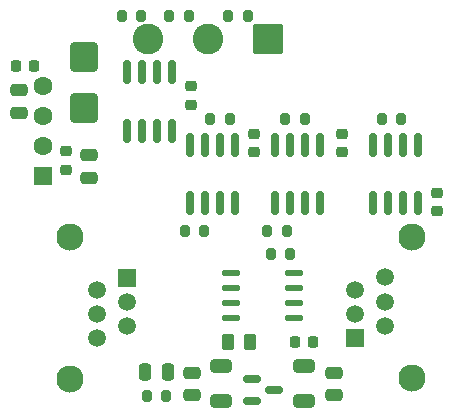
<source format=gbr>
%TF.GenerationSoftware,KiCad,Pcbnew,9.0.7-1.fc43*%
%TF.CreationDate,2026-02-06T20:22:46-08:00*%
%TF.ProjectId,inverter_board,696e7665-7274-4657-925f-626f6172642e,A0*%
%TF.SameCoordinates,PX81390e0PY9540020*%
%TF.FileFunction,Soldermask,Top*%
%TF.FilePolarity,Negative*%
%FSLAX46Y46*%
G04 Gerber Fmt 4.6, Leading zero omitted, Abs format (unit mm)*
G04 Created by KiCad (PCBNEW 9.0.7-1.fc43) date 2026-02-06 20:22:46*
%MOMM*%
%LPD*%
G01*
G04 APERTURE LIST*
G04 Aperture macros list*
%AMRoundRect*
0 Rectangle with rounded corners*
0 $1 Rounding radius*
0 $2 $3 $4 $5 $6 $7 $8 $9 X,Y pos of 4 corners*
0 Add a 4 corners polygon primitive as box body*
4,1,4,$2,$3,$4,$5,$6,$7,$8,$9,$2,$3,0*
0 Add four circle primitives for the rounded corners*
1,1,$1+$1,$2,$3*
1,1,$1+$1,$4,$5*
1,1,$1+$1,$6,$7*
1,1,$1+$1,$8,$9*
0 Add four rect primitives between the rounded corners*
20,1,$1+$1,$2,$3,$4,$5,0*
20,1,$1+$1,$4,$5,$6,$7,0*
20,1,$1+$1,$6,$7,$8,$9,0*
20,1,$1+$1,$8,$9,$2,$3,0*%
G04 Aperture macros list end*
%ADD10RoundRect,0.225000X0.225000X0.250000X-0.225000X0.250000X-0.225000X-0.250000X0.225000X-0.250000X0*%
%ADD11RoundRect,0.250000X-0.900000X1.000000X-0.900000X-1.000000X0.900000X-1.000000X0.900000X1.000000X0*%
%ADD12RoundRect,0.250000X0.650000X-0.325000X0.650000X0.325000X-0.650000X0.325000X-0.650000X-0.325000X0*%
%ADD13RoundRect,0.250000X-0.262500X-0.450000X0.262500X-0.450000X0.262500X0.450000X-0.262500X0.450000X0*%
%ADD14RoundRect,0.200000X-0.200000X-0.275000X0.200000X-0.275000X0.200000X0.275000X-0.200000X0.275000X0*%
%ADD15RoundRect,0.225000X-0.250000X0.225000X-0.250000X-0.225000X0.250000X-0.225000X0.250000X0.225000X0*%
%ADD16RoundRect,0.225000X0.250000X-0.225000X0.250000X0.225000X-0.250000X0.225000X-0.250000X-0.225000X0*%
%ADD17RoundRect,0.250000X-0.475000X0.250000X-0.475000X-0.250000X0.475000X-0.250000X0.475000X0.250000X0*%
%ADD18RoundRect,0.200000X0.200000X0.275000X-0.200000X0.275000X-0.200000X-0.275000X0.200000X-0.275000X0*%
%ADD19RoundRect,0.250000X-0.250000X-0.475000X0.250000X-0.475000X0.250000X0.475000X-0.250000X0.475000X0*%
%ADD20RoundRect,0.150000X0.150000X-0.825000X0.150000X0.825000X-0.150000X0.825000X-0.150000X-0.825000X0*%
%ADD21RoundRect,0.150000X-0.150000X0.825000X-0.150000X-0.825000X0.150000X-0.825000X0.150000X0.825000X0*%
%ADD22RoundRect,0.137500X0.612500X0.137500X-0.612500X0.137500X-0.612500X-0.137500X0.612500X-0.137500X0*%
%ADD23RoundRect,0.150000X-0.587500X-0.150000X0.587500X-0.150000X0.587500X0.150000X-0.587500X0.150000X0*%
%ADD24RoundRect,0.250000X0.475000X-0.250000X0.475000X0.250000X-0.475000X0.250000X-0.475000X-0.250000X0*%
%ADD25RoundRect,0.250000X1.050000X1.050000X-1.050000X1.050000X-1.050000X-1.050000X1.050000X-1.050000X0*%
%ADD26C,2.600000*%
%ADD27C,2.300000*%
%ADD28R,1.520000X1.520000*%
%ADD29C,1.520000*%
%ADD30RoundRect,0.240000X-0.560000X-0.560000X0.560000X-0.560000X0.560000X0.560000X-0.560000X0.560000X0*%
%ADD31C,1.600000*%
G04 APERTURE END LIST*
D10*
%TO.C,C2*%
X-38826000Y29500000D03*
X-40376000Y29500000D03*
%TD*%
D11*
%TO.C,D2*%
X-34601000Y30256000D03*
X-34601000Y25956000D03*
%TD*%
D12*
%TO.C,C9*%
X-16000000Y1120000D03*
X-16000000Y4070000D03*
%TD*%
D13*
%TO.C,J4*%
X-22412500Y6095000D03*
X-20587500Y6095000D03*
%TD*%
D14*
%TO.C,R5*%
X-26101000Y15500000D03*
X-24451000Y15500000D03*
%TD*%
D15*
%TO.C,C1*%
X-36188500Y22275000D03*
X-36188500Y20725000D03*
%TD*%
D16*
%TO.C,C7*%
X-25601000Y26225000D03*
X-25601000Y27775000D03*
%TD*%
D17*
%TO.C,C3*%
X-40101000Y27450000D03*
X-40101000Y25550000D03*
%TD*%
D18*
%TO.C,R6*%
X-17175000Y13595000D03*
X-18825000Y13595000D03*
%TD*%
D19*
%TO.C,C14*%
X-29450000Y3595000D03*
X-27550000Y3595000D03*
%TD*%
D14*
%TO.C,R4*%
X-23926000Y25000000D03*
X-22276000Y25000000D03*
%TD*%
%TO.C,R8*%
X-27426000Y33775000D03*
X-25776000Y33775000D03*
%TD*%
%TO.C,R7*%
X-31426000Y33775000D03*
X-29776000Y33775000D03*
%TD*%
D10*
%TO.C,C13*%
X-15225000Y6095000D03*
X-16775000Y6095000D03*
%TD*%
D20*
%TO.C,U3*%
X-18481000Y17905000D03*
X-17211000Y17905000D03*
X-15941000Y17905000D03*
X-14671000Y17905000D03*
X-14671000Y22855000D03*
X-15941000Y22855000D03*
X-17211000Y22855000D03*
X-18481000Y22855000D03*
%TD*%
D16*
%TO.C,C5*%
X-20276000Y22225000D03*
X-20276000Y23775000D03*
%TD*%
D14*
%TO.C,R2*%
X-17601000Y25000000D03*
X-15951000Y25000000D03*
%TD*%
D21*
%TO.C,U4*%
X-6371000Y22855000D03*
X-7641000Y22855000D03*
X-8911000Y22855000D03*
X-10181000Y22855000D03*
X-10181000Y17905000D03*
X-8911000Y17905000D03*
X-7641000Y17905000D03*
X-6371000Y17905000D03*
%TD*%
D14*
%TO.C,R10*%
X-29325000Y1595000D03*
X-27675000Y1595000D03*
%TD*%
D17*
%TO.C,C8*%
X-34188500Y21950000D03*
X-34188500Y20050000D03*
%TD*%
D16*
%TO.C,C4*%
X-4776000Y17224000D03*
X-4776000Y18774000D03*
%TD*%
D14*
%TO.C,R3*%
X-19101000Y15500000D03*
X-17451000Y15500000D03*
%TD*%
%TO.C,R9*%
X-22426000Y33775000D03*
X-20776000Y33775000D03*
%TD*%
D20*
%TO.C,U5*%
X-31006000Y24025000D03*
X-29736000Y24025000D03*
X-28466000Y24025000D03*
X-27196000Y24025000D03*
X-27196000Y28975000D03*
X-28466000Y28975000D03*
X-29736000Y28975000D03*
X-31006000Y28975000D03*
%TD*%
D22*
%TO.C,U1*%
X-16850000Y8190000D03*
X-16850000Y9460000D03*
X-16850000Y10730000D03*
X-16850000Y12000000D03*
X-22150000Y12000000D03*
X-22150000Y10730000D03*
X-22150000Y9460000D03*
X-22150000Y8190000D03*
%TD*%
D20*
%TO.C,U2*%
X-25636000Y17905000D03*
X-24366000Y17905000D03*
X-23096000Y17905000D03*
X-21826000Y17905000D03*
X-21826000Y22855000D03*
X-23096000Y22855000D03*
X-24366000Y22855000D03*
X-25636000Y22855000D03*
%TD*%
D16*
%TO.C,C6*%
X-12776000Y22225000D03*
X-12776000Y23775000D03*
%TD*%
D12*
%TO.C,C12*%
X-23000000Y1120000D03*
X-23000000Y4070000D03*
%TD*%
D23*
%TO.C,U6*%
X-20437500Y3045000D03*
X-20437500Y1145000D03*
X-18562500Y2095000D03*
%TD*%
D24*
%TO.C,C10*%
X-13500000Y1645000D03*
X-13500000Y3545000D03*
%TD*%
%TO.C,C11*%
X-25500000Y1645000D03*
X-25500000Y3545000D03*
%TD*%
D14*
%TO.C,R1*%
X-9426000Y25000000D03*
X-7776000Y25000000D03*
%TD*%
D25*
%TO.C,J3*%
X-19021000Y31775000D03*
D26*
X-24101000Y31775000D03*
X-29181000Y31775000D03*
%TD*%
D27*
%TO.C,J2*%
X-6880000Y15050000D03*
X-6880000Y3050000D03*
D28*
X-11720000Y6500000D03*
D29*
X-9180000Y7520000D03*
X-11720000Y8540000D03*
X-9180000Y9560000D03*
X-11720000Y10580000D03*
X-9180000Y11600000D03*
%TD*%
D30*
%TO.C,B1*%
X-38139000Y20200000D03*
D31*
X-38139000Y22740000D03*
X-38139000Y25280000D03*
X-38139000Y27820000D03*
%TD*%
D27*
%TO.C,J1*%
X-35800000Y3000000D03*
X-35800000Y15000000D03*
D28*
X-30960000Y11550000D03*
D29*
X-33500000Y10530000D03*
X-30960000Y9510000D03*
X-33500000Y8490000D03*
X-30960000Y7470000D03*
X-33500000Y6450000D03*
%TD*%
M02*

</source>
